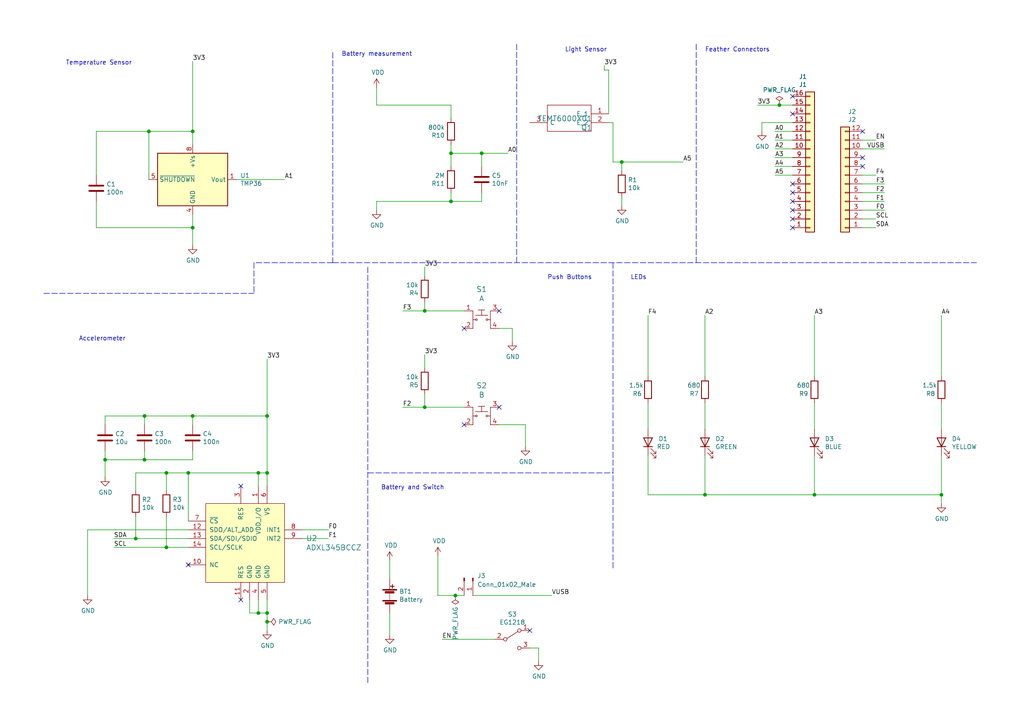
<source format=kicad_sch>
(kicad_sch (version 20211123) (generator eeschema)
  (paper "A4")
  (title_block (title "Drogue IoT BurrBoard") (date "2022-01-13") (rev "v2.0") (company "Red Hat") (comment 2 "https://apache.org/licenses/LICENSE-2.0") (comment 3 "License: Apache 2.0") (comment 4 "Author: Ulf Lilleengen"))
  (lib_symbols
    (symbol "Connector:Conn_01x02_Male" (pin_names (offset 1.016) hide)
      (property "Reference" "J" (at 0 2.54 0))
      (property "Value" "Conn_01x02_Male" (at 0 -5.08 0))
      (symbol "Conn_01x02_Male_1_1"
        (polyline (pts (xy 1.27 -2.54) (xy 0.8636 -2.54)) (stroke (width 0.1524)))
        (polyline (pts (xy 1.27 0) (xy 0.8636 0)) (stroke (width 0.1524)))
        (rectangle (start 0.8636 -2.413) (end 0 -2.667) (stroke (width 0.1524)) (fill (type outline)))
        (rectangle (start 0.8636 0.127) (end 0 -0.127) (stroke (width 0.1524)) (fill (type outline)))
        (pin passive line (at 5.08 0 180) (length 3.81) (name "Pin_1") (number "1"))
        (pin passive line (at 5.08 -2.54 180) (length 3.81) (name "Pin_2") (number "2"))
      )
    )
    (symbol "Connector_Generic:Conn_01x12" (pin_names (offset 1.016) hide)
      (property "Reference" "J" (at 0 15.24 0))
      (property "Value" "Conn_01x12" (at 0 -17.78 0))
      (symbol "Conn_01x12_1_1"
        (rectangle (start -1.27 -15.113) (end 0 -15.367) (stroke (width 0.1524)))
        (rectangle (start -1.27 -12.573) (end 0 -12.827) (stroke (width 0.1524)))
        (rectangle (start -1.27 -10.033) (end 0 -10.287) (stroke (width 0.1524)))
        (rectangle (start -1.27 -7.493) (end 0 -7.747) (stroke (width 0.1524)))
        (rectangle (start -1.27 -4.953) (end 0 -5.207) (stroke (width 0.1524)))
        (rectangle (start -1.27 -2.413) (end 0 -2.667) (stroke (width 0.1524)))
        (rectangle (start -1.27 0.127) (end 0 -0.127) (stroke (width 0.1524)))
        (rectangle (start -1.27 2.667) (end 0 2.413) (stroke (width 0.1524)))
        (rectangle (start -1.27 5.207) (end 0 4.953) (stroke (width 0.1524)))
        (rectangle (start -1.27 7.747) (end 0 7.493) (stroke (width 0.1524)))
        (rectangle (start -1.27 10.287) (end 0 10.033) (stroke (width 0.1524)))
        (rectangle (start -1.27 12.827) (end 0 12.573) (stroke (width 0.1524)))
        (rectangle (start -1.27 13.97) (end 1.27 -16.51) (stroke (width 0.254)) (fill (type background)))
        (pin passive line (at -5.08 12.7 0) (length 3.81) (name "Pin_1") (number "1"))
        (pin passive line (at -5.08 -10.16 0) (length 3.81) (name "Pin_10") (number "10"))
        (pin passive line (at -5.08 -12.7 0) (length 3.81) (name "Pin_11") (number "11"))
        (pin passive line (at -5.08 -15.24 0) (length 3.81) (name "Pin_12") (number "12"))
        (pin passive line (at -5.08 10.16 0) (length 3.81) (name "Pin_2") (number "2"))
        (pin passive line (at -5.08 7.62 0) (length 3.81) (name "Pin_3") (number "3"))
        (pin passive line (at -5.08 5.08 0) (length 3.81) (name "Pin_4") (number "4"))
        (pin passive line (at -5.08 2.54 0) (length 3.81) (name "Pin_5") (number "5"))
        (pin passive line (at -5.08 0 0) (length 3.81) (name "Pin_6") (number "6"))
        (pin passive line (at -5.08 -2.54 0) (length 3.81) (name "Pin_7") (number "7"))
        (pin passive line (at -5.08 -5.08 0) (length 3.81) (name "Pin_8") (number "8"))
        (pin passive line (at -5.08 -7.62 0) (length 3.81) (name "Pin_9") (number "9"))
      )
    )
    (symbol "Connector_Generic:Conn_01x16" (pin_names (offset 1.016) hide)
      (property "Reference" "J" (at 0 20.32 0))
      (property "Value" "Conn_01x16" (at 0 -22.86 0))
      (symbol "Conn_01x16_1_1"
        (rectangle (start -1.27 -20.193) (end 0 -20.447) (stroke (width 0.1524)))
        (rectangle (start -1.27 -17.653) (end 0 -17.907) (stroke (width 0.1524)))
        (rectangle (start -1.27 -15.113) (end 0 -15.367) (stroke (width 0.1524)))
        (rectangle (start -1.27 -12.573) (end 0 -12.827) (stroke (width 0.1524)))
        (rectangle (start -1.27 -10.033) (end 0 -10.287) (stroke (width 0.1524)))
        (rectangle (start -1.27 -7.493) (end 0 -7.747) (stroke (width 0.1524)))
        (rectangle (start -1.27 -4.953) (end 0 -5.207) (stroke (width 0.1524)))
        (rectangle (start -1.27 -2.413) (end 0 -2.667) (stroke (width 0.1524)))
        (rectangle (start -1.27 0.127) (end 0 -0.127) (stroke (width 0.1524)))
        (rectangle (start -1.27 2.667) (end 0 2.413) (stroke (width 0.1524)))
        (rectangle (start -1.27 5.207) (end 0 4.953) (stroke (width 0.1524)))
        (rectangle (start -1.27 7.747) (end 0 7.493) (stroke (width 0.1524)))
        (rectangle (start -1.27 10.287) (end 0 10.033) (stroke (width 0.1524)))
        (rectangle (start -1.27 12.827) (end 0 12.573) (stroke (width 0.1524)))
        (rectangle (start -1.27 15.367) (end 0 15.113) (stroke (width 0.1524)))
        (rectangle (start -1.27 17.907) (end 0 17.653) (stroke (width 0.1524)))
        (rectangle (start -1.27 19.05) (end 1.27 -21.59) (stroke (width 0.254)) (fill (type background)))
        (pin passive line (at -5.08 17.78 0) (length 3.81) (name "Pin_1") (number "1"))
        (pin passive line (at -5.08 -5.08 0) (length 3.81) (name "Pin_10") (number "10"))
        (pin passive line (at -5.08 -7.62 0) (length 3.81) (name "Pin_11") (number "11"))
        (pin passive line (at -5.08 -10.16 0) (length 3.81) (name "Pin_12") (number "12"))
        (pin passive line (at -5.08 -12.7 0) (length 3.81) (name "Pin_13") (number "13"))
        (pin passive line (at -5.08 -15.24 0) (length 3.81) (name "Pin_14") (number "14"))
        (pin passive line (at -5.08 -17.78 0) (length 3.81) (name "Pin_15") (number "15"))
        (pin passive line (at -5.08 -20.32 0) (length 3.81) (name "Pin_16") (number "16"))
        (pin passive line (at -5.08 15.24 0) (length 3.81) (name "Pin_2") (number "2"))
        (pin passive line (at -5.08 12.7 0) (length 3.81) (name "Pin_3") (number "3"))
        (pin passive line (at -5.08 10.16 0) (length 3.81) (name "Pin_4") (number "4"))
        (pin passive line (at -5.08 7.62 0) (length 3.81) (name "Pin_5") (number "5"))
        (pin passive line (at -5.08 5.08 0) (length 3.81) (name "Pin_6") (number "6"))
        (pin passive line (at -5.08 2.54 0) (length 3.81) (name "Pin_7") (number "7"))
        (pin passive line (at -5.08 0 0) (length 3.81) (name "Pin_8") (number "8"))
        (pin passive line (at -5.08 -2.54 0) (length 3.81) (name "Pin_9") (number "9"))
      )
    )
    (symbol "Device:Battery" (pin_numbers hide) (pin_names (offset 0) hide)
      (property "Reference" "BT" (at 2.54 2.54 0))
      (property "Value" "Battery" (at 2.54 0 0))
      (symbol "Battery_0_1"
        (rectangle (start -2.032 -1.397) (end 2.032 -1.651) (fill (type outline)))
        (rectangle (start -2.032 1.778) (end 2.032 1.524) (fill (type outline)))
        (rectangle (start -1.3208 -1.9812) (end 1.27 -2.4892) (fill (type outline)))
        (rectangle (start -1.3208 1.1938) (end 1.27 0.6858) (fill (type outline)))
        (polyline (pts (xy 0 -1.524) (xy 0 -1.27)))
        (polyline (pts (xy 0 -1.016) (xy 0 -0.762)))
        (polyline (pts (xy 0 -0.508) (xy 0 -0.254)))
        (polyline (pts (xy 0 0) (xy 0 0.254)))
        (polyline (pts (xy 0 0.508) (xy 0 0.762)))
        (polyline (pts (xy 0 1.778) (xy 0 2.54)))
        (polyline (pts (xy 0.254 2.667) (xy 1.27 2.667)) (stroke (width 0.254)))
        (polyline (pts (xy 0.762 3.175) (xy 0.762 2.159)) (stroke (width 0.254)))
      )
      (symbol "Battery_1_1"
        (pin passive line (at 0 5.08 270) (length 2.54) (name "+") (number "1"))
        (pin passive line (at 0 -5.08 90) (length 2.54) (name "-") (number "2"))
      )
    )
    (symbol "Device:C" (pin_numbers hide) (pin_names (offset 0.254))
      (property "Reference" "C" (at 0.635 2.54 0))
      (property "Value" "C" (at 0.635 -2.54 0))
      (symbol "C_0_1"
        (polyline (pts (xy -2.032 -0.762) (xy 2.032 -0.762)) (stroke (width 0.508)))
        (polyline (pts (xy -2.032 0.762) (xy 2.032 0.762)) (stroke (width 0.508)))
      )
      (symbol "C_1_1"
        (pin passive line (at 0 3.81 270) (length 2.794) (name "~") (number "1"))
        (pin passive line (at 0 -3.81 90) (length 2.794) (name "~") (number "2"))
      )
    )
    (symbol "Device:LED" (pin_numbers hide) (pin_names (offset 1.016) hide)
      (property "Reference" "D" (at 0 2.54 0))
      (property "Value" "LED" (at 0 -2.54 0))
      (symbol "LED_0_1"
        (polyline (pts (xy -1.27 -1.27) (xy -1.27 1.27)) (stroke (width 0.254)))
        (polyline (pts (xy -1.27 0) (xy 1.27 0)))
        (polyline (pts (xy 1.27 -1.27) (xy 1.27 1.27) (xy -1.27 0) (xy 1.27 -1.27)) (stroke (width 0.254)))
        (polyline (pts (xy -3.048 -0.762) (xy -4.572 -2.286) (xy -3.81 -2.286) (xy -4.572 -2.286) (xy -4.572 -1.524)))
        (polyline (pts (xy -1.778 -0.762) (xy -3.302 -2.286) (xy -2.54 -2.286) (xy -3.302 -2.286) (xy -3.302 -1.524)))
      )
      (symbol "LED_1_1"
        (pin passive line (at -3.81 0 0) (length 2.54) (name "K") (number "1"))
        (pin passive line (at 3.81 0 180) (length 2.54) (name "A") (number "2"))
      )
    )
    (symbol "Device:R" (pin_numbers hide) (pin_names (offset 0))
      (property "Reference" "R" (at 2.032 0 90))
      (property "Value" "R" (at 0 0 90))
      (symbol "R_0_1"
        (rectangle (start -1.016 -2.54) (end 1.016 2.54) (stroke (width 0.254)))
      )
      (symbol "R_1_1"
        (pin passive line (at 0 3.81 270) (length 1.27) (name "~") (number "1"))
        (pin passive line (at 0 -3.81 90) (length 1.27) (name "~") (number "2"))
      )
    )
    (symbol "Sensor_Temperature:TMP36xS"
      (property "Reference" "U" (at -8.89 8.89 0))
      (property "Value" "TMP36xS" (at 6.35 -8.89 0))
      (symbol "TMP36xS_0_1"
        (rectangle (start -10.16 7.62) (end 10.16 -7.62) (stroke (width 0.254)) (fill (type background)))
      )
      (symbol "TMP36xS_1_1"
        (pin output line (at 12.7 0 180) (length 2.54) (name "Vout") (number "1"))
        (pin power_in line (at 0 -10.16 90) (length 2.54) (name "GND") (number "4"))
        (pin input line (at -12.7 0 0) (length 2.54) (name "~{SHUTDOWN}") (number "5"))
        (pin power_in line (at 0 10.16 270) (length 2.54) (name "+Vs") (number "8"))
      )
    )
    (symbol "Switch:SW_SPDT" (pin_names (offset 0) hide)
      (property "Reference" "SW" (at 0 4.318 0))
      (property "Value" "SW_SPDT" (at 0 -5.08 0))
      (symbol "SW_SPDT_0_0"
        (circle (center -2.032 0) (radius 0.508))
        (circle (center 2.032 -2.54) (radius 0.508))
      )
      (symbol "SW_SPDT_0_1"
        (polyline (pts (xy -1.524 0.254) (xy 1.651 2.286)))
        (circle (center 2.032 2.54) (radius 0.508))
      )
      (symbol "SW_SPDT_1_1"
        (pin passive line (at 5.08 2.54 180) (length 2.54) (name "A") (number "1"))
        (pin passive line (at -5.08 0 0) (length 2.54) (name "B") (number "2"))
        (pin passive line (at 5.08 -2.54 180) (length 2.54) (name "C") (number "3"))
      )
    )
    (symbol "burrboard:TEMT6000X01" (pin_names (offset 0.762))
      (property "Reference" "Q" (at 19.05 7.62 0))
      (property "Value" "TEMT6000X01" (at 19.05 5.08 0))
      (symbol "TEMT6000X01_0_0"
        (pin passive line (at 0 -2.54 0) (length 5.08) (name "E_1") (number "1"))
        (pin passive line (at 0 0 0) (length 5.08) (name "E_2") (number "2"))
        (pin passive line (at 22.86 0 180) (length 5.08) (name "C") (number "3"))
      )
      (symbol "TEMT6000X01_0_1"
        (polyline (pts (xy 5.08 2.54) (xy 17.78 2.54) (xy 17.78 -5.08) (xy 5.08 -5.08) (xy 5.08 2.54)) (stroke (width 0.1524)))
      )
    )
    (symbol "dk_Motion-Sensors-Accelerometers:ADXL345BCCZ" (pin_names (offset 1.016))
      (property "Reference" "U" (at -7.62 11.43 0))
      (property "Value" "dk_Motion-Sensors-Accelerometers_ADXL345BCCZ" (at 20.32 -20.32 0))
      (symbol "ADXL345BCCZ_0_1"
        (rectangle (start -10.16 10.16) (end 12.7 -12.7) (fill (type background)))
      )
      (symbol "ADXL345BCCZ_1_1"
        (pin power_in line (at 5.08 15.24 270) (length 5.08) (name "VDD_I/O") (number "1"))
        (pin no_connect line (at -15.24 -7.62 0) (length 5.08) (name "NC") (number "10"))
        (pin power_in line (at 0 -17.78 90) (length 5.08) (name "RES") (number "11"))
        (pin bidirectional line (at -15.24 2.54 0) (length 5.08) (name "SDO/ALT_ADD") (number "12"))
        (pin bidirectional line (at -15.24 0 0) (length 5.08) (name "SDA/SDI/SDIO") (number "13"))
        (pin bidirectional line (at -15.24 -2.54 0) (length 5.08) (name "SCL/SCLK") (number "14"))
        (pin power_in line (at 2.54 -17.78 90) (length 5.08) (name "GND") (number "2"))
        (pin power_in line (at 0 15.24 270) (length 5.08) (name "RES") (number "3"))
        (pin power_in line (at 5.08 -17.78 90) (length 5.08) (name "GND") (number "4"))
        (pin power_in line (at 7.62 -17.78 90) (length 5.08) (name "GND") (number "5"))
        (pin power_in line (at 7.62 15.24 270) (length 5.08) (name "VS") (number "6"))
        (pin input line (at -15.24 5.08 0) (length 5.08) (name "~{CS}") (number "7"))
        (pin output line (at 17.78 2.54 180) (length 5.08) (name "INT1") (number "8"))
        (pin output line (at 17.78 0 180) (length 5.08) (name "INT2") (number "9"))
      )
    )
    (symbol "dk_Tactile-Switches:PTS645SM43SMTR92_LFS" (pin_names (offset 1.016))
      (property "Reference" "S" (at 0 5.08 0))
      (property "Value" "dk_Tactile-Switches_PTS645SM43SMTR92_LFS" (at 0 -5.334 0))
      (symbol "PTS645SM43SMTR92_LFS_0_1"
        (circle (center -1.524 0) (radius 0.254))
        (polyline (pts (xy -2.54 2.54) (xy -2.54 -2.54)))
        (polyline (pts (xy -1.778 0) (xy -2.54 0)))
        (polyline (pts (xy -1.778 1.27) (xy 1.778 1.27)))
        (polyline (pts (xy 2.54 -2.54) (xy 2.54 2.54)))
        (polyline (pts (xy 2.54 0) (xy 1.778 0)))
        (circle (center 1.524 0) (radius 0.254))
      )
      (symbol "PTS645SM43SMTR92_LFS_1_1"
        (polyline (pts (xy -1.016 2.794) (xy 0.889 2.794)))
        (polyline (pts (xy 0 2.794) (xy 0 1.27)))
        (pin passive line (at -5.08 2.54 0) (length 2.54) (name "~") (number "1"))
        (pin passive line (at -5.08 -2.54 0) (length 2.54) (name "~") (number "2"))
        (pin passive line (at 5.08 2.54 180) (length 2.54) (name "~") (number "3"))
        (pin passive line (at 5.08 -2.54 180) (length 2.54) (name "~") (number "4"))
      )
    )
    (symbol "power:GND" (power) (pin_names (offset 0))
      (property "Value" "GND" (at 0 -3.81 0))
      (symbol "GND_0_1"
        (polyline (pts (xy 0 0) (xy 0 -1.27) (xy 1.27 -1.27) (xy 0 -2.54) (xy -1.27 -1.27) (xy 0 -1.27)))
      )
      (symbol "GND_1_1"
        (pin power_in line (at 0 0 270) (length 0) hide (name "GND") (number "1"))
      )
    )
    (symbol "power:PWR_FLAG" (power) (pin_numbers hide) (pin_names (offset 0) hide)
      (property "Value" "PWR_FLAG" (at 0 3.81 0))
      (symbol "PWR_FLAG_0_0"
        (pin power_out line (at 0 0 90) (length 0) (name "pwr") (number "1"))
      )
      (symbol "PWR_FLAG_0_1"
        (polyline (pts (xy 0 0) (xy 0 1.27) (xy -1.016 1.905) (xy 0 2.54) (xy 1.016 1.905) (xy 0 1.27)))
      )
    )
    (symbol "power:VDD" (power) (pin_names (offset 0))
      (property "Value" "VDD" (at 0 3.81 0))
      (symbol "VDD_0_1"
        (polyline (pts (xy -0.762 1.27) (xy 0 2.54)))
        (polyline (pts (xy 0 0) (xy 0 2.54)))
        (polyline (pts (xy 0 2.54) (xy 0.762 1.27)))
      )
      (symbol "VDD_1_1"
        (pin power_in line (at 0 0 90) (length 0) hide (name "VDD") (number "1"))
      )
    )
  )
  (junction (at 74.93 177.8))
  (junction (at 41.91 120.65))
  (junction (at 273.05 143.51))
  (junction (at 77.47 137.16))
  (junction (at 123.19 118.11))
  (junction (at 77.47 120.65))
  (junction (at 123.19 90.17))
  (junction (at 30.48 133.35))
  (junction (at 226.06 30.48))
  (junction (at 43.18 38.1))
  (junction (at 77.47 177.8))
  (junction (at 41.91 133.35))
  (junction (at 48.26 137.16))
  (junction (at 39.37 156.21))
  (junction (at 236.22 143.51))
  (junction (at 74.93 137.16))
  (junction (at 132.08 172.72))
  (junction (at 130.81 44.45))
  (junction (at 54.61 137.16))
  (junction (at 139.7 44.45))
  (junction (at 55.88 66.04))
  (junction (at 77.47 180.34))
  (junction (at 180.34 46.99))
  (junction (at 48.26 158.75))
  (junction (at 204.47 143.51))
  (junction (at 55.88 120.65))
  (junction (at 55.88 38.1))
  (junction (at 130.81 58.42))
  (no_connect (at 144.78 90.17))
  (no_connect (at 134.62 123.19))
  (no_connect (at 250.19 48.26))
  (no_connect (at 54.61 163.83))
  (no_connect (at 134.62 95.25))
  (no_connect (at 229.87 60.96))
  (no_connect (at 229.87 33.02))
  (no_connect (at 229.87 66.04))
  (no_connect (at 229.87 53.34))
  (no_connect (at 229.87 55.88))
  (no_connect (at 229.87 63.5))
  (no_connect (at 229.87 27.94))
  (no_connect (at 69.85 173.99))
  (no_connect (at 144.78 118.11))
  (no_connect (at 153.67 182.88))
  (no_connect (at 229.87 58.42))
  (no_connect (at 69.85 140.97))
  (no_connect (at 250.19 38.1))
  (no_connect (at 250.19 45.72))
  (wire (pts (xy 250.19 66.04) (xy 254 66.04)))
  (wire (pts (xy 220.98 35.56) (xy 229.87 35.56)))
  (wire (pts (xy 130.81 44.45) (xy 139.7 44.45)))
  (wire (pts (xy 77.47 180.34) (xy 77.47 182.88)))
  (wire (pts (xy 39.37 142.24) (xy 39.37 137.16)))
  (wire (pts (xy 77.47 120.65) (xy 77.47 137.16)))
  (polyline (pts (xy 177.8 76.2) (xy 177.8 165.1)))
  (wire (pts (xy 25.4 153.67) (xy 54.61 153.67)))
  (wire (pts (xy 198.12 46.99) (xy 180.34 46.99)))
  (wire (pts (xy 116.84 90.17) (xy 123.19 90.17)))
  (wire (pts (xy 27.94 66.04) (xy 55.88 66.04)))
  (wire (pts (xy 236.22 132.08) (xy 236.22 143.51)))
  (wire (pts (xy 41.91 120.65) (xy 30.48 120.65)))
  (wire (pts (xy 30.48 120.65) (xy 30.48 123.19)))
  (wire (pts (xy 27.94 38.1) (xy 43.18 38.1)))
  (wire (pts (xy 224.79 38.1) (xy 229.87 38.1)))
  (wire (pts (xy 87.63 153.67) (xy 95.25 153.67)))
  (wire (pts (xy 229.87 45.72) (xy 224.79 45.72)))
  (wire (pts (xy 175.26 20.32) (xy 175.26 19.05)))
  (wire (pts (xy 132.08 172.72) (xy 134.62 172.72)))
  (wire (pts (xy 68.58 52.07) (xy 82.55 52.07)))
  (wire (pts (xy 77.47 104.14) (xy 77.47 120.65)))
  (wire (pts (xy 33.02 156.21) (xy 39.37 156.21)))
  (wire (pts (xy 41.91 133.35) (xy 41.91 130.81)))
  (wire (pts (xy 144.78 95.25) (xy 148.59 95.25)))
  (polyline (pts (xy 96.52 76.2) (xy 283.21 76.2)))
  (wire (pts (xy 74.93 137.16) (xy 74.93 140.97)))
  (wire (pts (xy 113.03 162.56) (xy 113.03 167.64)))
  (wire (pts (xy 130.81 44.45) (xy 130.81 48.26)))
  (wire (pts (xy 33.02 158.75) (xy 48.26 158.75)))
  (wire (pts (xy 123.19 77.47) (xy 123.19 80.01)))
  (wire (pts (xy 54.61 137.16) (xy 74.93 137.16)))
  (wire (pts (xy 74.93 177.8) (xy 77.47 177.8)))
  (wire (pts (xy 254 40.64) (xy 250.19 40.64)))
  (wire (pts (xy 152.4 123.19) (xy 152.4 129.54)))
  (polyline (pts (xy 73.66 76.2) (xy 73.66 85.09)))
  (wire (pts (xy 250.19 60.96) (xy 256.54 60.96)))
  (wire (pts (xy 43.18 38.1) (xy 55.88 38.1)))
  (wire (pts (xy 187.96 124.46) (xy 187.96 116.84)))
  (wire (pts (xy 109.22 30.48) (xy 130.81 30.48)))
  (wire (pts (xy 55.88 17.78) (xy 55.88 38.1)))
  (wire (pts (xy 123.19 114.3) (xy 123.19 118.11)))
  (wire (pts (xy 55.88 120.65) (xy 55.88 123.19)))
  (wire (pts (xy 30.48 133.35) (xy 41.91 133.35)))
  (wire (pts (xy 148.59 95.25) (xy 148.59 99.06)))
  (wire (pts (xy 55.88 41.91) (xy 55.88 38.1)))
  (wire (pts (xy 128.27 185.42) (xy 143.51 185.42)))
  (polyline (pts (xy 201.93 76.2) (xy 201.93 12.7)))
  (wire (pts (xy 139.7 44.45) (xy 147.32 44.45)))
  (wire (pts (xy 77.47 140.97) (xy 77.47 137.16)))
  (wire (pts (xy 43.18 52.07) (xy 43.18 38.1)))
  (wire (pts (xy 41.91 120.65) (xy 41.91 123.19)))
  (wire (pts (xy 48.26 137.16) (xy 54.61 137.16)))
  (wire (pts (xy 95.25 156.21) (xy 87.63 156.21)))
  (wire (pts (xy 39.37 137.16) (xy 48.26 137.16)))
  (wire (pts (xy 187.96 132.08) (xy 187.96 143.51)))
  (wire (pts (xy 236.22 116.84) (xy 236.22 124.46)))
  (wire (pts (xy 229.87 48.26) (xy 224.79 48.26)))
  (wire (pts (xy 30.48 133.35) (xy 30.48 130.81)))
  (wire (pts (xy 27.94 58.42) (xy 27.94 66.04)))
  (wire (pts (xy 219.71 30.48) (xy 226.06 30.48)))
  (wire (pts (xy 177.8 35.56) (xy 176.53 35.56)))
  (wire (pts (xy 55.88 62.23) (xy 55.88 66.04)))
  (wire (pts (xy 187.96 109.22) (xy 187.96 91.44)))
  (wire (pts (xy 55.88 120.65) (xy 77.47 120.65)))
  (wire (pts (xy 30.48 138.43) (xy 30.48 133.35)))
  (wire (pts (xy 250.19 50.8) (xy 254 50.8)))
  (wire (pts (xy 250.19 58.42) (xy 256.54 58.42)))
  (wire (pts (xy 220.98 38.1) (xy 220.98 35.56)))
  (wire (pts (xy 139.7 44.45) (xy 139.7 48.26)))
  (wire (pts (xy 72.39 173.99) (xy 72.39 177.8)))
  (wire (pts (xy 204.47 91.44) (xy 204.47 109.22)))
  (wire (pts (xy 55.88 66.04) (xy 55.88 71.12)))
  (wire (pts (xy 130.81 41.91) (xy 130.81 44.45)))
  (wire (pts (xy 236.22 143.51) (xy 273.05 143.51)))
  (wire (pts (xy 250.19 43.18) (xy 256.54 43.18)))
  (wire (pts (xy 226.06 30.48) (xy 229.87 30.48)))
  (wire (pts (xy 236.22 91.44) (xy 236.22 109.22)))
  (wire (pts (xy 130.81 58.42) (xy 139.7 58.42)))
  (wire (pts (xy 229.87 43.18) (xy 224.79 43.18)))
  (wire (pts (xy 229.87 50.8) (xy 224.79 50.8)))
  (wire (pts (xy 176.53 20.32) (xy 175.26 20.32)))
  (wire (pts (xy 273.05 132.08) (xy 273.05 143.51)))
  (wire (pts (xy 55.88 133.35) (xy 41.91 133.35)))
  (polyline (pts (xy 106.68 77.47) (xy 106.68 198.12)))
  (wire (pts (xy 27.94 38.1) (xy 27.94 50.8)))
  (wire (pts (xy 109.22 25.4) (xy 109.22 30.48)))
  (wire (pts (xy 139.7 55.88) (xy 139.7 58.42)))
  (wire (pts (xy 48.26 158.75) (xy 54.61 158.75)))
  (wire (pts (xy 130.81 30.48) (xy 130.81 34.29)))
  (wire (pts (xy 204.47 143.51) (xy 236.22 143.51)))
  (wire (pts (xy 77.47 173.99) (xy 77.47 177.8)))
  (wire (pts (xy 187.96 143.51) (xy 204.47 143.51)))
  (wire (pts (xy 204.47 132.08) (xy 204.47 143.51)))
  (polyline (pts (xy 106.68 137.16) (xy 177.8 137.16)))
  (wire (pts (xy 54.61 151.13) (xy 54.61 137.16)))
  (wire (pts (xy 55.88 120.65) (xy 41.91 120.65)))
  (wire (pts (xy 123.19 87.63) (xy 123.19 90.17)))
  (wire (pts (xy 177.8 46.99) (xy 180.34 46.99)))
  (wire (pts (xy 137.16 172.72) (xy 160.02 172.72)))
  (polyline (pts (xy 96.52 15.24) (xy 96.52 76.2)))
  (wire (pts (xy 250.19 55.88) (xy 256.54 55.88)))
  (wire (pts (xy 123.19 118.11) (xy 134.62 118.11)))
  (wire (pts (xy 156.21 187.96) (xy 156.21 191.77)))
  (wire (pts (xy 48.26 158.75) (xy 48.26 149.86)))
  (wire (pts (xy 55.88 130.81) (xy 55.88 133.35)))
  (wire (pts (xy 180.34 57.15) (xy 180.34 59.69)))
  (wire (pts (xy 123.19 102.87) (xy 123.19 106.68)))
  (polyline (pts (xy 149.86 76.2) (xy 149.86 12.7)))
  (wire (pts (xy 77.47 137.16) (xy 74.93 137.16)))
  (wire (pts (xy 113.03 177.8) (xy 113.03 184.15)))
  (wire (pts (xy 74.93 173.99) (xy 74.93 177.8)))
  (wire (pts (xy 250.19 53.34) (xy 256.54 53.34)))
  (wire (pts (xy 127 172.72) (xy 127 161.29)))
  (wire (pts (xy 116.84 118.11) (xy 123.19 118.11)))
  (wire (pts (xy 224.79 40.64) (xy 229.87 40.64)))
  (wire (pts (xy 180.34 46.99) (xy 180.34 49.53)))
  (wire (pts (xy 130.81 58.42) (xy 109.22 58.42)))
  (wire (pts (xy 204.47 116.84) (xy 204.47 124.46)))
  (polyline (pts (xy 12.7 85.09) (xy 73.66 85.09)))
  (wire (pts (xy 273.05 91.44) (xy 273.05 109.22)))
  (wire (pts (xy 25.4 153.67) (xy 25.4 172.72)))
  (wire (pts (xy 72.39 177.8) (xy 74.93 177.8)))
  (wire (pts (xy 123.19 90.17) (xy 134.62 90.17)))
  (wire (pts (xy 109.22 58.42) (xy 109.22 60.96)))
  (wire (pts (xy 273.05 143.51) (xy 273.05 146.05)))
  (wire (pts (xy 77.47 177.8) (xy 77.47 180.34)))
  (wire (pts (xy 48.26 142.24) (xy 48.26 137.16)))
  (wire (pts (xy 177.8 35.56) (xy 177.8 46.99)))
  (polyline (pts (xy 96.52 76.2) (xy 73.66 76.2)))
  (wire (pts (xy 39.37 156.21) (xy 54.61 156.21)))
  (wire (pts (xy 39.37 156.21) (xy 39.37 149.86)))
  (wire (pts (xy 176.53 33.02) (xy 176.53 20.32)))
  (wire (pts (xy 130.81 55.88) (xy 130.81 58.42)))
  (wire (pts (xy 153.67 187.96) (xy 156.21 187.96)))
  (wire (pts (xy 254 63.5) (xy 250.19 63.5)))
  (wire (pts (xy 273.05 124.46) (xy 273.05 116.84)))
  (wire (pts (xy 144.78 123.19) (xy 152.4 123.19)))
  (wire (pts (xy 132.08 172.72) (xy 127 172.72)))
  (text "Push Buttons" (at 158.75 81.28 0) (effects (font (size 1.27 1.27)) (justify left bottom)))
  (text "Battery and Switch" (at 110.49 142.24 0) (effects (font (size 1.27 1.27)) (justify left bottom)))
  (text "Accelerometer" (at 22.86 99.06 0) (effects (font (size 1.27 1.27)) (justify left bottom)))
  (text "LEDs" (at 182.88 81.28 0) (effects (font (size 1.27 1.27)) (justify left bottom)))
  (text "Light Sensor" (at 163.83 15.24 0) (effects (font (size 1.27 1.27)) (justify left bottom)))
  (text "Battery measurement\n" (at 99.06 16.51 0) (effects (font (size 1.27 1.27)) (justify left bottom)))
  (text "Temperature Sensor" (at 19.05 19.05 0) (effects (font (size 1.27 1.27)) (justify left bottom)))
  (text "Feather Connectors" (at 204.47 15.24 0) (effects (font (size 1.27 1.27)) (justify left bottom)))
  (label "VUSB" (at 256.54 43.18 180))
  (label "SDA" (at 33.02 156.21 0))
  (label "F4" (at 254 50.8 0))
  (label "3V3" (at 123.19 102.87 0))
  (label "A5" (at 198.12 46.99 0))
  (label "3V3" (at 175.26 19.05 0))
  (label "SDA" (at 254 66.04 0))
  (label "3V3" (at 219.71 30.48 0))
  (label "F1" (at 256.54 58.42 180))
  (label "A3" (at 236.22 91.44 0))
  (label "A1" (at 82.55 52.07 0))
  (label "F1" (at 95.25 156.21 0))
  (label "SCL" (at 254 63.5 0))
  (label "F0" (at 256.54 60.96 180))
  (label "A2" (at 224.79 43.18 0))
  (label "A4" (at 273.05 91.44 0))
  (label "A2" (at 204.47 91.44 0))
  (label "F0" (at 95.25 153.67 0))
  (label "3V3" (at 55.88 17.78 0))
  (label "A5" (at 224.79 50.8 0))
  (label "EN" (at 254 40.64 0))
  (label "VUSB" (at 160.02 172.72 0))
  (label "F4" (at 187.96 91.44 0))
  (label "A0" (at 147.32 44.45 0))
  (label "3V3" (at 77.47 104.14 0))
  (label "EN" (at 128.27 185.42 0))
  (label "F3" (at 116.84 90.17 0))
  (label "A0" (at 224.79 38.1 0))
  (label "A1" (at 224.79 40.64 0))
  (label "F2" (at 256.54 55.88 180))
  (label "3V3" (at 123.19 77.47 0))
  (label "F3" (at 256.54 53.34 180))
  (label "F2" (at 116.84 118.11 0))
  (label "SCL" (at 33.02 158.75 0))
  (label "A3" (at 224.79 45.72 0))
  (label "A4" (at 224.79 48.26 0))
  (symbol (lib_id "Connector_Generic:Conn_01x16") (at 234.95 48.26 0) (mirror x) (unit 1)
    (property "Reference" "J1" (at 232.8926 22.225 0))
    (property "Value" "J1" (at 232.8926 24.5364 0))
    (property "Footprint" "Connector_PinSocket_2.54mm:PinSocket_1x16_P2.54mm_Vertical" (effects hide))
    (property "Manufacturer" "Sullins Connector Solutions" (effects hide))
    (property "MPN" "PPTC161LFBN-RC" (effects hide))
    (property "AISLER_MPN" "PPTC161LFBN-RC" (effects hide))
    (property "Digi-Key_PN" "S7014-ND" (effects hide))
  )
  (symbol (lib_id "Connector_Generic:Conn_01x12") (at 245.11 53.34 180) (unit 1)
    (property "Reference" "J2" (at 247.142 32.385 0))
    (property "Value" "J2" (at 247.142 34.6964 0))
    (property "Footprint" "Connector_PinSocket_2.54mm:PinSocket_1x12_P2.54mm_Vertical" (effects hide))
    (property "Manufacturer" "Sullins Connector Solutions" (effects hide))
    (property "MPN" "PPTC121LFBN-RC" (effects hide))
    (property "AISLER_MPN" "PPTC121LFBN-RC" (effects hide))
    (property "Digi-Key_PN" "S6100-ND" (effects hide))
  )
  (symbol (lib_id "power:GND") (at 220.98 38.1 0) (unit 1)
    (property "Reference" "#PWR02" (effects hide))
    (property "Value" "GND" (at 221.107 42.4942 0))
  )
  (symbol (lib_id "Device:R") (at 180.34 53.34 0) (unit 1)
    (property "Reference" "R1" (at 182.118 52.1716 0) (effects (justify left)))
    (property "Value" "10k" (at 182.118 54.483 0) (effects (justify left)))
    (property "Footprint" "Resistor_SMD:R_0805_2012Metric" (effects hide))
    (property "Digikey" "https://www.digikey.no/en/products/detail/panasonic-electronic-components/ERJ-3GEYJ103V/135662" (effects hide))
    (property "MPN" "RMCF0805FT10K0" (effects hide))
    (property "Manufacturer" "Stackpole Electronics Inc" (effects hide))
    (property "AISLER_MPN" "RMCF0805FT10K0" (effects hide))
    (property "Digi-Key_PN" "RMCF0805FT10K0TR-ND" (effects hide))
  )
  (symbol (lib_id "power:GND") (at 55.88 71.12 0) (unit 1)
    (property "Reference" "#PWR0105" (effects hide))
    (property "Value" "GND" (at 56.007 75.5142 0))
  )
  (symbol (lib_id "power:GND") (at 180.34 59.69 0) (unit 1)
    (property "Reference" "#PWR0107" (effects hide))
    (property "Value" "GND" (at 180.467 64.0842 0))
  )
  (symbol (lib_id "power:VDD") (at 127 161.29 0) (unit 1)
    (property "Reference" "#PWR0109" (effects hide))
    (property "Value" "VDD" (at 127.381 156.8958 0))
  )
  (symbol (lib_id "power:VDD") (at 113.03 162.56 0) (unit 1)
    (property "Reference" "#PWR0113" (effects hide))
    (property "Value" "VDD" (at 113.411 158.1658 0))
  )
  (symbol (lib_id "power:GND") (at 113.03 184.15 0) (unit 1)
    (property "Reference" "#PWR0115" (effects hide))
    (property "Value" "GND" (at 113.157 188.5442 0))
  )
  (symbol (lib_id "Device:C") (at 27.94 54.61 0) (unit 1)
    (property "Reference" "C1" (at 30.861 53.4416 0) (effects (justify left)))
    (property "Value" "100n" (at 30.861 55.753 0) (effects (justify left)))
    (property "Footprint" "Capacitor_SMD:C_0805_2012Metric" (effects hide))
    (property "Url" "https://www.digikey.no/en/products/detail/samsung-electro-mechanics/CL05B104KO5NNNC/3886659" (effects hide))
    (property "Manufacturer" "Samsung Electro-Mechanics" (effects hide))
    (property "MPN" "CL21B104KBCNNNC" (effects hide))
    (property "AISLER_MPN" "CL21B104KBCNNNC" (effects hide))
    (property "Digi-Key_PN" "1276-1003-2-ND" (effects hide))
  )
  (symbol (lib_id "Device:Battery") (at 113.03 172.72 0) (unit 1)
    (property "Reference" "BT1" (at 115.7732 171.5516 0) (effects (justify left)))
    (property "Value" "Battery" (at 115.7732 173.863 0) (effects (justify left)))
    (property "Footprint" "Battery:BatteryHolder_Keystone_2479_3xAAA" (effects hide))
    (property "Datasheet" "https://www.keyelco.com/userAssets/file/M65p28.pdf" (effects hide))
    (property "Manufacturer" "Keystone Electronics" (effects hide))
    (property "MPN" "2479" (effects hide))
    (property "AISLER_MPN" "2479" (effects hide))
    (property "Digi-Key_PN" "36-2479-ND" (effects hide))
  )
  (symbol (lib_id "Sensor_Temperature:TMP36xS") (at 55.88 52.07 0) (unit 1)
    (property "Reference" "U1" (at 69.6976 50.9016 0) (effects (justify left)))
    (property "Value" "TMP36" (at 69.6976 53.213 0) (effects (justify left)))
    (property "Footprint" "Package_SO:SOIC-8_3.9x4.9mm_P1.27mm" (effects hide))
    (property "Datasheet" "https://www.analog.com/media/en/technical-documentation/data-sheets/TMP35_36_37.pdf" (effects hide))
    (property "Manufacturer" "Analog Devices Inc." (effects hide))
    (property "MPN" "TMP36FSZ" (effects hide))
    (property "AISLER_MPN" "TMP36FSZ" (effects hide))
    (property "Digi-Key_PN" "TMP36FSZ-ND" (effects hide))
  )
  (symbol (lib_id "dk_Motion-Sensors-Accelerometers:ADXL345BCCZ") (at 69.85 156.21 0) (unit 1)
    (property "Reference" "U2" (at 88.7476 156.1338 0) (effects (font (size 1.524 1.524)) (justify left)))
    (property "Value" "ADXL345BCCZ" (at 88.7476 158.8262 0) (effects (font (size 1.524 1.524)) (justify left)))
    (property "Footprint" "burrboard:LGA-14_3x5mm_RevA" (effects hide))
    (property "Datasheet" "https://www.analog.com/media/en/technical-documentation/data-sheets/ADXL345.pdf" (effects hide))
    (property "Digi-Key_PN" "ADXL345BCCZ-ND" (effects hide))
    (property "MPN" "ADXL345BCCZ" (effects hide))
    (property "Category" "Sensors, Transducers" (effects hide))
    (property "Family" "Motion Sensors - Accelerometers" (effects hide))
    (property "DK_Datasheet_Link" "https://www.analog.com/media/en/technical-documentation/data-sheets/ADXL345.pdf" (effects hide))
    (property "DK_Detail_Page" "/product-detail/en/analog-devices-inc/ADXL345BCCZ/ADXL345BCCZ-ND/2034829" (effects hide))
    (property "Description" "ACCEL 2-16G I2C/SPI 14LGA" (effects hide))
    (property "Manufacturer" "Analog Devices Inc." (effects hide))
    (property "Status" "Active" (effects hide))
    (property "AISLER_MPN" "ADXL345BCCZ" (effects hide))
  )
  (symbol (lib_id "Device:C") (at 41.91 127 0) (unit 1)
    (property "Reference" "C3" (at 44.831 125.8316 0) (effects (justify left)))
    (property "Value" "100n" (at 44.831 128.143 0) (effects (justify left)))
    (property "Footprint" "Capacitor_SMD:C_0805_2012Metric" (effects hide))
    (property "Url" "https://www.digikey.no/en/products/detail/samsung-electro-mechanics/CL05B104KO5NNNC/3886659" (effects hide))
    (property "MPN" "CL21B104KBCNNNC" (effects hide))
    (property "Manufacturer" "Samsung Electro-Mechanics" (effects hide))
    (property "AISLER_MPN" "CL21B104KBCNNNC" (effects hide))
    (property "Digi-Key_PN" "1276-1003-2-ND" (effects hide))
  )
  (symbol (lib_id "Device:C") (at 55.88 127 0) (unit 1)
    (property "Reference" "C4" (at 58.801 125.8316 0) (effects (justify left)))
    (property "Value" "100n" (at 58.801 128.143 0) (effects (justify left)))
    (property "Footprint" "Capacitor_SMD:C_0805_2012Metric" (effects hide))
    (property "Url" "https://www.digikey.no/en/products/detail/samsung-electro-mechanics/CL05B104KO5NNNC/3886659" (effects hide))
    (property "MPN" "CL21B104KBCNNNC" (effects hide))
    (property "Manufacturer" "Samsung Electro-Mechanics" (effects hide))
    (property "AISLER_MPN" "CL21B104KBCNNNC" (effects hide))
    (property "Digi-Key_PN" "1276-1003-2-ND" (effects hide))
  )
  (symbol (lib_id "Device:C") (at 30.48 127 0) (unit 1)
    (property "Reference" "C2" (at 33.401 125.8316 0) (effects (justify left)))
    (property "Value" "10u" (at 33.401 128.143 0) (effects (justify left)))
    (property "Footprint" "Capacitor_SMD:C_0805_2012Metric" (effects hide))
    (property "Url" "https://www.digikey.no/en/products/detail/samsung-electro-mechanics/CL05A106MP8NUB8/5961314" (effects hide))
    (property "MPN" "CL21A106KAYNNNE" (effects hide))
    (property "Manufacturer" "Samsung Electro-Mechanics" (effects hide))
    (property "AISLER_MPN" "CL21A106KAYNNNE" (effects hide))
    (property "Digi-Key_PN" "1276-2891-2-ND" (effects hide))
  )
  (symbol (lib_id "power:GND") (at 77.47 182.88 0) (unit 1)
    (property "Reference" "#PWR03" (effects hide))
    (property "Value" "GND" (at 77.597 187.2742 0))
  )
  (symbol (lib_id "power:GND") (at 30.48 138.43 0) (unit 1)
    (property "Reference" "#PWR01" (effects hide))
    (property "Value" "GND" (at 30.607 142.8242 0))
  )
  (symbol (lib_id "power:PWR_FLAG") (at 226.06 30.48 0) (unit 1)
    (property "Reference" "#FLG01" (effects hide))
    (property "Value" "PWR_FLAG" (at 226.06 26.0858 0))
  )
  (symbol (lib_id "Device:LED") (at 187.96 128.27 90) (unit 1)
    (property "Reference" "D1" (at 190.9572 127.2794 90) (effects (justify right)))
    (property "Value" "RED" (at 190.5 129.54 90) (effects (justify right)))
    (property "Footprint" "LED_SMD:LED_0805_2012Metric" (effects hide))
    (property "Manufacturer" "Kingbright" (effects hide))
    (property "MPN" "APT2012SECK/J3-PRV" (effects hide))
    (property "AISLER_MPN" "APT2012SECK/J3-PRV" (effects hide))
    (property "Digi-Key_PN" "754-1791-2-ND" (effects hide))
  )
  (symbol (lib_id "Device:LED") (at 204.47 128.27 90) (unit 1)
    (property "Reference" "D2" (at 207.4672 127.2794 90) (effects (justify right)))
    (property "Value" "GREEN" (at 207.4672 129.5908 90) (effects (justify right)))
    (property "Footprint" "LED_SMD:LED_0805_2012Metric" (effects hide))
    (property "Manufacturer" "Kingbright" (effects hide))
    (property "MPN" "APT2012LZGCK" (effects hide))
    (property "AISLER_MPN" "APT2012LZGCK" (effects hide))
    (property "Digi-Key_PN" "754-1939-2-ND" (effects hide))
  )
  (symbol (lib_id "Device:LED") (at 236.22 128.27 90) (unit 1)
    (property "Reference" "D3" (at 239.2172 127.2794 90) (effects (justify right)))
    (property "Value" "BLUE" (at 239.2172 129.5908 90) (effects (justify right)))
    (property "Footprint" "LED_SMD:LED_0805_2012Metric" (effects hide))
    (property "Manufacturer" "Kingbright" (effects hide))
    (property "MPN" "APT2012LVBC/D" (effects hide))
    (property "AISLER_MPN" "APT2012LVBC/D" (effects hide))
    (property "Digi-Key_PN" "754-1938-2-ND" (effects hide))
  )
  (symbol (lib_id "Device:LED") (at 273.05 128.27 90) (unit 1)
    (property "Reference" "D4" (at 276.0472 127.2794 90) (effects (justify right)))
    (property "Value" "YELLOW" (at 276.0472 129.5908 90) (effects (justify right)))
    (property "Footprint" "LED_SMD:LED_0805_2012Metric" (effects hide))
    (property "Manufacturer" "Kingbright" (effects hide))
    (property "MPN" "APT2012LSYCK/J3-PRV" (effects hide))
    (property "AISLER_MPN" "APT2012LSYCK/J3-PRV" (effects hide))
    (property "Digi-Key_PN" "754-1937-2-ND" (effects hide))
  )
  (symbol (lib_id "power:GND") (at 25.4 172.72 0) (unit 1)
    (property "Reference" "#PWR06" (effects hide))
    (property "Value" "GND" (at 25.527 177.1142 0))
  )
  (symbol (lib_id "power:PWR_FLAG") (at 132.08 172.72 180) (unit 1)
    (property "Reference" "#FLG0105" (effects hide))
    (property "Value" "PWR_FLAG" (at 132.08 175.9458 90) (effects (justify left)))
  )
  (symbol (lib_id "dk_Tactile-Switches:PTS645SM43SMTR92_LFS") (at 139.7 92.71 0) (unit 1)
    (property "Reference" "S1" (at 139.7 83.8962 0) (effects (font (size 1.524 1.524))))
    (property "Value" "A" (at 139.7 86.5886 0) (effects (font (size 1.524 1.524))))
    (property "Footprint" "burrboard:Switch_Tactile_SMD_6x6mm_PTS645" (effects hide))
    (property "Datasheet" "https://www.ckswitches.com/media/1471/pts645.pdf" (effects hide))
    (property "Digi-Key_PN" "CKN9112CT-ND" (effects hide))
    (property "MPN" "PTS645SM43SMTR92 LFS" (effects hide))
    (property "Category" "Switches" (effects hide))
    (property "Family" "Tactile Switches" (effects hide))
    (property "DK_Datasheet_Link" "https://www.ckswitches.com/media/1471/pts645.pdf" (effects hide))
    (property "DK_Detail_Page" "/product-detail/en/c-k/PTS645SM43SMTR92-LFS/CKN9112CT-ND/1146934" (effects hide))
    (property "Description" "SWITCH TACTILE SPST-NO 0.05A 12V" (effects hide))
    (property "Manufacturer" "C&K" (effects hide))
    (property "Status" "Active" (effects hide))
    (property "AISLER_MPN" "PTS645SM43SMTR92 LFS" (effects hide))
  )
  (symbol (lib_id "dk_Tactile-Switches:PTS645SM43SMTR92_LFS") (at 139.7 120.65 0) (unit 1)
    (property "Reference" "S2" (at 139.7 111.8362 0) (effects (font (size 1.524 1.524))))
    (property "Value" "B" (at 139.7 114.5286 0) (effects (font (size 1.524 1.524))))
    (property "Footprint" "burrboard:Switch_Tactile_SMD_6x6mm_PTS645" (effects hide))
    (property "Datasheet" "https://www.ckswitches.com/media/1471/pts645.pdf" (effects hide))
    (property "Digi-Key_PN" "CKN9112CT-ND" (effects hide))
    (property "MPN" "PTS645SM43SMTR92 LFS" (effects hide))
    (property "Category" "Switches" (effects hide))
    (property "Family" "Tactile Switches" (effects hide))
    (property "DK_Datasheet_Link" "https://www.ckswitches.com/media/1471/pts645.pdf" (effects hide))
    (property "DK_Detail_Page" "/product-detail/en/c-k/PTS645SM43SMTR92-LFS/CKN9112CT-ND/1146934" (effects hide))
    (property "Description" "SWITCH TACTILE SPST-NO 0.05A 12V" (effects hide))
    (property "Manufacturer" "C&K" (effects hide))
    (property "Status" "Active" (effects hide))
    (property "AISLER_MPN" "PTS645SM43SMTR92 LFS" (effects hide))
  )
  (symbol (lib_id "power:GND") (at 152.4 129.54 0) (unit 1)
    (property "Reference" "#PWR05" (effects hide))
    (property "Value" "GND" (at 152.527 133.9342 0))
  )
  (symbol (lib_id "power:GND") (at 148.59 99.06 0) (unit 1)
    (property "Reference" "#PWR04" (effects hide))
    (property "Value" "GND" (at 148.717 103.4542 0))
  )
  (symbol (lib_id "Device:R") (at 187.96 113.03 180) (unit 1)
    (property "Reference" "R6" (at 186.182 114.1984 0) (effects (justify left)))
    (property "Value" "1.5k" (at 186.69 111.76 0) (effects (justify left)))
    (property "Footprint" "Resistor_SMD:R_0805_2012Metric" (effects hide))
    (property "Digikey" "https://www.digikey.no/en/products/detail/panasonic-electronic-components/ERJ-3GEYJ103V/135662" (effects hide))
    (property "MPN" "RMCF0805FT1K50" (effects hide))
    (property "Manufacturer" "Stackpole Electronics Inc" (effects hide))
    (property "AISLER_MPN" "RMCF0805FT1K50" (effects hide))
    (property "Digi-Key_PN" "RMCF0805FT1K50TR-ND" (effects hide))
  )
  (symbol (lib_id "Device:R") (at 273.05 113.03 180) (unit 1)
    (property "Reference" "R8" (at 271.272 114.1984 0) (effects (justify left)))
    (property "Value" "1.5k" (at 271.78 111.76 0) (effects (justify left)))
    (property "Footprint" "Resistor_SMD:R_0805_2012Metric" (effects hide))
    (property "Digikey" "https://www.digikey.no/en/products/detail/panasonic-electronic-components/ERJ-3GEYJ103V/135662" (effects hide))
    (property "Manufacturer" "Stackpole Electronics Inc" (effects hide))
    (property "MPN" "RMCF0805FT1K50" (effects hide))
    (property "AISLER_MPN" "RMCF0805FT1K50" (effects hide))
    (property "Digi-Key_PN" "RMCF0805FT1K50TR-ND" (effects hide))
  )
  (symbol (lib_id "Device:R") (at 123.19 83.82 180) (unit 1)
    (property "Reference" "R4" (at 121.412 84.9884 0) (effects (justify left)))
    (property "Value" "10k" (at 121.412 82.677 0) (effects (justify left)))
    (property "Footprint" "Resistor_SMD:R_0805_2012Metric" (effects hide))
    (property "Digikey" "https://www.digikey.no/en/products/detail/panasonic-electronic-components/ERJ-3GEYJ103V/135662" (effects hide))
    (property "Manufacturer" "Stackpole Electronics Inc" (effects hide))
    (property "MPN" "RMCF0805FT10K0" (effects hide))
    (property "AISLER_MPN" "RMCF0805FT10K0" (effects hide))
    (property "Digi-Key_PN" "RMCF0805FT10K0TR-ND" (effects hide))
  )
  (symbol (lib_id "Device:R") (at 123.19 110.49 180) (unit 1)
    (property "Reference" "R5" (at 121.412 111.6584 0) (effects (justify left)))
    (property "Value" "10k" (at 121.412 109.347 0) (effects (justify left)))
    (property "Footprint" "Resistor_SMD:R_0805_2012Metric" (effects hide))
    (property "Digikey" "https://www.digikey.no/en/products/detail/panasonic-electronic-components/ERJ-3GEYJ103V/135662" (effects hide))
    (property "Manufacturer" "Stackpole Electronics Inc" (effects hide))
    (property "MPN" "RMCF0805FT10K0" (effects hide))
    (property "AISLER_MPN" "RMCF0805FT10K0" (effects hide))
    (property "Digi-Key_PN" "RMCF0805FT10K0TR-ND" (effects hide))
  )
  (symbol (lib_id "burrboard:TEMT6000X01") (at 176.53 35.56 180) (unit 1)
    (property "Reference" "Q1" (at 171.7802 37.084 0) (effects (font (size 1.524 1.524)) (justify left)))
    (property "Value" "TEMT6000X01" (at 171.7802 34.3916 0) (effects (font (size 1.524 1.524)) (justify left)))
    (property "Footprint" "TEMT6000X01" (effects hide))
    (property "Datasheet" "https://www.vishay.com/docs/81579/temt6000.pdf" (effects hide))
    (property "Digi-Key_PN" "751-1055-1-ND" (effects hide))
    (property "MPN" "TEMT6000X01" (effects hide))
    (property "Category" "Sensors, Transducers" (effects hide))
    (property "Family" "Optical Sensors - Phototransistors" (effects hide))
    (property "DK_Datasheet_Link" "http://www.vishay.com/docs/81579/temt6000.pdf" (effects hide))
    (property "DK_Detail_Page" "/product-detail/en/vishay-semiconductor-opto-division/TEMT6000X01/751-1055-1-ND/1681410" (effects hide))
    (property "Description" "Ambient Light Sensor 570nm SMD3 Vishay TEMT6000X01 +/-60  Visible Light Phototransistor, Surface Mount 3-Pin 1206 package" (effects hide))
    (property "Manufacturer" "Vishay Semiconductor Opto Division" (effects hide))
    (property "Status" "Active" (effects hide))
    (property "AISLER_MPN" "TEMT6000X01" (effects hide))
    (property "Manufacturer_Name" "Vishay" (effects hide))
    (property "Manufacturer_Part_Number" "TEMT6000X01" (effects hide))
    (property "Mouser Part Number" "78-TEMT6000" (effects hide))
    (property "Mouser Price/Stock" "https://www.mouser.co.uk/ProductDetail/Vishay-Semiconductors/TEMT6000X01?qs=%2Fjqivxn91ccZGXDwz0wGxg%3D%3D" (effects hide))
    (property "Arrow Part Number" "TEMT6000X01" (effects hide))
    (property "Arrow Price/Stock" "https://www.arrow.com/en/products/temt6000x01/vishay?region=nac" (effects hide))
  )
  (symbol (lib_id "Switch:SW_SPDT") (at 148.59 185.42 0) (unit 1)
    (property "Reference" "S3" (at 148.59 178.181 0))
    (property "Value" "EG1218" (at 148.59 180.4924 0))
    (property "Footprint" "burrboard:Switch_Slide_11.6x4mm_EG1218" (effects hide))
    (property "Datasheet" "http://spec_sheets.e-switch.com/specs/P040040.pdf" (effects hide))
    (property "Digi-Key_PN" "EG1903-ND" (effects hide))
    (property "MPN" "EG1218" (effects hide))
    (property "Category" "Switches" (effects hide))
    (property "Family" "Slide Switches" (effects hide))
    (property "DK_Datasheet_Link" "http://spec_sheets.e-switch.com/specs/P040040.pdf" (effects hide))
    (property "DK_Detail_Page" "/product-detail/en/e-switch/EG1218/EG1903-ND/101726" (effects hide))
    (property "Description" "SWITCH SLIDE SPDT 200MA 30V" (effects hide))
    (property "Manufacturer" "E-Switch" (effects hide))
    (property "Status" "Active" (effects hide))
    (property "AISLER_MPN" "EG1218" (effects hide))
  )
  (symbol (lib_id "power:GND") (at 273.05 146.05 0) (unit 1)
    (property "Reference" "#PWR07" (effects hide))
    (property "Value" "GND" (at 273.177 150.4442 0))
  )
  (symbol (lib_id "Device:R") (at 39.37 146.05 0) (unit 1)
    (property "Reference" "R2" (at 41.148 144.8816 0) (effects (justify left)))
    (property "Value" "10k" (at 41.148 147.193 0) (effects (justify left)))
    (property "Footprint" "Resistor_SMD:R_0805_2012Metric" (effects hide))
    (property "Digikey" "https://www.digikey.no/en/products/detail/panasonic-electronic-components/ERJ-3GEYJ103V/135662" (effects hide))
    (property "Manufacturer" "Stackpole Electronics Inc" (effects hide))
    (property "MPN" "RMCF0805FT10K0" (effects hide))
    (property "AISLER_MPN" "RMCF0805FT10K0" (effects hide))
    (property "Digi-Key_PN" "RMCF0805FT10K0TR-ND" (effects hide))
  )
  (symbol (lib_id "Device:R") (at 48.26 146.05 0) (unit 1)
    (property "Reference" "R3" (at 50.038 144.8816 0) (effects (justify left)))
    (property "Value" "10k" (at 50.038 147.193 0) (effects (justify left)))
    (property "Footprint" "Resistor_SMD:R_0805_2012Metric" (effects hide))
    (property "Digikey" "https://www.digikey.no/en/products/detail/panasonic-electronic-components/ERJ-3GEYJ103V/135662" (effects hide))
    (property "MPN" "RMCF0805FT10K0" (effects hide))
    (property "Manufacturer" "Stackpole Electronics Inc" (effects hide))
    (property "AISLER_MPN" "RMCF0805FT10K0" (effects hide))
    (property "Digi-Key_PN" "RMCF0805FT10K0TR-ND" (effects hide))
  )
  (symbol (lib_id "Device:R") (at 236.22 113.03 180) (unit 1)
    (property "Reference" "R9" (at 234.442 114.1984 0) (effects (justify left)))
    (property "Value" "680" (at 234.95 111.76 0) (effects (justify left)))
    (property "Footprint" "Resistor_SMD:R_0805_2012Metric" (effects hide))
    (property "Digikey" "https://www.digikey.no/en/products/detail/panasonic-electronic-components/ERJ-3GEYJ103V/135662" (effects hide))
    (property "Manufacturer" "Stackpole Electronics Inc" (effects hide))
    (property "MPN" "RMCF0805FT680R" (effects hide))
    (property "AISLER_MPN" "RMCF0805FT680R" (effects hide))
    (property "Digi-Key_PN" "RMCF0805FT680RTR-ND" (effects hide))
  )
  (symbol (lib_id "Device:R") (at 204.47 113.03 180) (unit 1)
    (property "Reference" "R7" (at 202.692 114.1984 0) (effects (justify left)))
    (property "Value" "680" (at 203.2 111.76 0) (effects (justify left)))
    (property "Footprint" "Resistor_SMD:R_0805_2012Metric" (effects hide))
    (property "Digikey" "https://www.digikey.no/en/products/detail/panasonic-electronic-components/ERJ-3GEYJ103V/135662" (effects hide))
    (property "MPN" "RMCF0805FT680R" (effects hide))
    (property "Manufacturer" "Stackpole Electronics Inc" (effects hide))
    (property "AISLER_MPN" "RMCF0805FT680R" (effects hide))
    (property "Digi-Key_PN" "RMCF0805FT680RTR-ND" (effects hide))
  )
  (symbol (lib_id "power:GND") (at 156.21 191.77 0) (unit 1)
    (property "Reference" "#PWR0101" (effects hide))
    (property "Value" "GND" (at 156.337 196.1642 0))
  )
  (symbol (lib_id "power:PWR_FLAG") (at 77.47 180.34 270) (unit 1)
    (property "Reference" "#FLG0101" (effects hide))
    (property "Value" "PWR_FLAG" (at 80.7212 180.34 90) (effects (justify left)))
  )
  (symbol (lib_id "power:VDD") (at 109.22 25.4 0) (unit 1)
    (property "Reference" "#PWR08" (effects hide))
    (property "Value" "VDD" (at 109.601 21.0058 0))
  )
  (symbol (lib_id "Connector:Conn_01x02_Male") (at 137.16 167.64 270) (unit 1)
    (property "Reference" "J3" (at 138.43 167.0049 90) (effects (justify left)))
    (property "Value" "Conn_01x02_Male" (at 138.43 169.5449 90) (effects (justify left)))
    (property "Footprint" "Connector_PinHeader_2.54mm:PinHeader_1x02_P2.54mm_Vertical" (effects hide))
    (property "MPN" "77311-118-02LF" (effects hide))
    (property "AISLER_MPN" "77311-118-02LF" (effects hide))
    (property "Manufacturer" "Amphenol" (effects hide))
    (property "Digi-Key_PN" "609-4434-ND" (effects hide))
  )
  (symbol (lib_id "Device:C") (at 139.7 52.07 0) (unit 1)
    (property "Reference" "C5" (at 142.621 50.9016 0) (effects (justify left)))
    (property "Value" "10nF" (at 142.621 53.213 0) (effects (justify left)))
    (property "Footprint" "Capacitor_SMD:C_0805_2012Metric" (effects hide))
    (property "Url" "https://www.digikey.no/en/products/detail/samsung-electro-mechanics/CL05B104KO5NNNC/3886659" (effects hide))
    (property "MPN" "Vishay Vitramon" (effects hide))
    (property "Manufacturer" "Samsung Electro-Mechanics" (effects hide))
    (property "AISLER_MPN" "VJ0805A100JXAAC" (effects hide))
    (property "Digi-Key_PN" "720-1699-2-ND" (effects hide))
  )
  (symbol (lib_id "Device:R") (at 130.81 52.07 180) (unit 1)
    (property "Reference" "R11" (at 129.032 53.2384 0) (effects (justify left)))
    (property "Value" "2M" (at 129.032 50.927 0) (effects (justify left)))
    (property "Footprint" "Resistor_SMD:R_0805_2012Metric" (effects hide))
    (property "Digikey" "https://www.digikey.no/en/products/detail/panasonic-electronic-components/ERJ-3GEYJ103V/135662" (effects hide))
    (property "Manufacturer" "YAGEO" (effects hide))
    (property "MPN" "RC0805FR-072ML" (effects hide))
    (property "AISLER_MPN" "RC0805FR-072ML" (effects hide))
    (property "Digi-Key_PN" "311-2.00MCRTR-ND" (effects hide))
  )
  (symbol (lib_id "Device:R") (at 130.81 38.1 180) (unit 1)
    (property "Reference" "R10" (at 129.032 39.2684 0) (effects (justify left)))
    (property "Value" "800k" (at 129.032 36.957 0) (effects (justify left)))
    (property "Footprint" "Resistor_SMD:R_0805_2012Metric" (effects hide))
    (property "Digikey" "https://www.digikey.no/en/products/detail/panasonic-electronic-components/ERJ-3GEYJ103V/135662" (effects hide))
    (property "Manufacturer" "Panasonic Electronic Components" (effects hide))
    (property "MPN" "ERJ-6ENF8063V" (effects hide))
    (property "AISLER_MPN" "ERJ-6ENF8063V" (effects hide))
    (property "Digi-Key_PN" "P806KCTR-ND" (effects hide))
  )
  (symbol (lib_id "power:GND") (at 109.22 60.96 0) (unit 1)
    (property "Reference" "#PWR09" (effects hide))
    (property "Value" "GND" (at 109.347 65.3542 0))
  )
)
</source>
